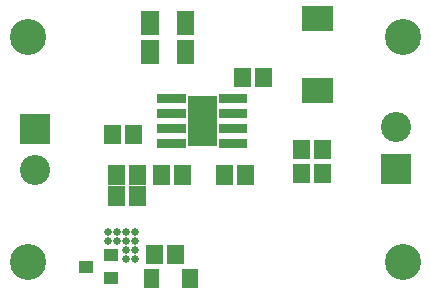
<source format=gts>
G04 start of page 7 for group -4063 idx -4063 *
G04 Title: SFT-HW-0022, componentmask *
G04 Creator: pcb 20110918 *
G04 CreationDate: Wed 03 Dec 2014 08:27:19 PM GMT UTC *
G04 For: tgack *
G04 Format: Gerber/RS-274X *
G04 PCB-Dimensions: 150000 100000 *
G04 PCB-Coordinate-Origin: lower left *
%MOIN*%
%FSLAX25Y25*%
%LNTOPMASK*%
%ADD50R,0.0965X0.0965*%
%ADD49R,0.0300X0.0300*%
%ADD48R,0.0829X0.0829*%
%ADD47R,0.0400X0.0400*%
%ADD46R,0.0520X0.0520*%
%ADD45R,0.0572X0.0572*%
%ADD44C,0.0260*%
%ADD43C,0.1005*%
%ADD42C,0.0001*%
%ADD41C,0.1200*%
G54D41*X137500Y12500D03*
G54D42*G36*
X129976Y48524D02*Y38476D01*
X140024D01*
Y48524D01*
X129976D01*
G37*
G54D43*X135000Y57280D03*
G54D41*X12500Y12500D03*
G54D43*X14780Y43000D03*
G54D41*X12500Y87500D03*
X137500D03*
G54D42*G36*
X9756Y61804D02*Y51755D01*
X19804D01*
Y61804D01*
X9756D01*
G37*
G54D44*X45000Y13500D03*
X48000D03*
X39000Y19500D03*
X42000D03*
X39000Y22500D03*
X42000D03*
X45000Y19500D03*
Y22500D03*
X48000D03*
Y19500D03*
X45000Y16500D03*
X48000D03*
G54D45*X61543Y15393D02*Y14607D01*
X54457Y15393D02*Y14607D01*
G54D46*X66437Y7610D02*Y6390D01*
X53563Y7610D02*Y6390D01*
G54D47*X39700Y7000D02*X40300D01*
X39700Y14800D02*X40300D01*
X31500Y10900D02*X32100D01*
G54D45*X49043Y34893D02*Y34107D01*
Y41893D02*Y41107D01*
X47543Y55393D02*Y54607D01*
X41957Y34893D02*Y34107D01*
Y41893D02*Y41107D01*
X40457Y55393D02*Y54607D01*
X64043Y41893D02*Y41107D01*
X56957Y41893D02*Y41107D01*
X103457Y42393D02*Y41607D01*
X110543Y42393D02*Y41607D01*
X103457Y50393D02*Y49607D01*
X110543Y50393D02*Y49607D01*
G54D48*X108016Y69492D02*X109984D01*
G54D49*X77500Y52000D02*X84000D01*
X77500Y57000D02*X84000D01*
X77500Y62000D02*X84000D01*
X77500Y67000D02*X84000D01*
G54D45*X77957Y41893D02*Y41107D01*
X85043Y41893D02*Y41107D01*
G54D48*X108016Y93508D02*X109984D01*
G54D45*X64905Y93181D02*Y90819D01*
X53095Y93181D02*Y90819D01*
X91043Y74393D02*Y73607D01*
X83957Y74393D02*Y73607D01*
X64905Y83681D02*Y81319D01*
X53095Y83681D02*Y81319D01*
G54D49*X57000Y67000D02*X63500D01*
X57000Y62000D02*X63500D01*
X57000Y57000D02*X63500D01*
X57000Y52000D02*X63500D01*
G54D50*X70500Y63043D02*Y55957D01*
M02*

</source>
